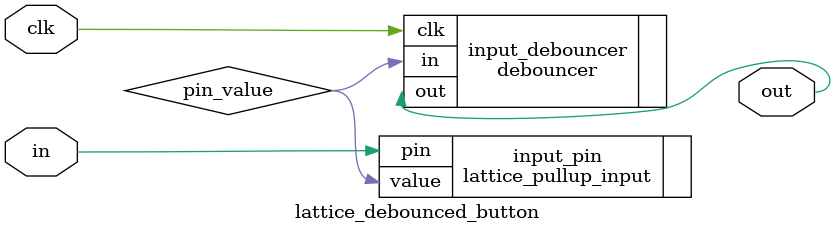
<source format=v>
`default_nettype none

module lattice_debounced_button(
	input wire clk,
	input wire in,
	output wire out);

	parameter DEBOUNCE_CYCLES = 100;
	parameter CLOCKED_EDGE_OUT = 0;

	wire pin_value;

	lattice_pullup_input input_pin(.pin(in), .value(pin_value));

	debouncer #(.DEBOUNCE_CYCLES(DEBOUNCE_CYCLES),
		.CLOCKED_EDGE_OUT(CLOCKED_EDGE_OUT))
		input_debouncer(.clk(clk), .in(pin_value), .out(out));

endmodule


</source>
